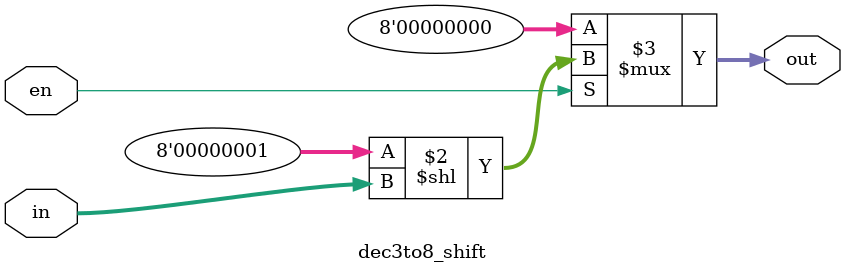
<source format=v>
module  dec3to8_shift(    out ,
                          in  ,
                          en  );
                          
output   [7:0]     out                  ;   //8bit
input    [2:0]     in                   ;   //3bit
input              en                   ;  

assign   out = (en==1'b1)? 8'd1<<in : 8'd0    ;


endmodule
</source>
